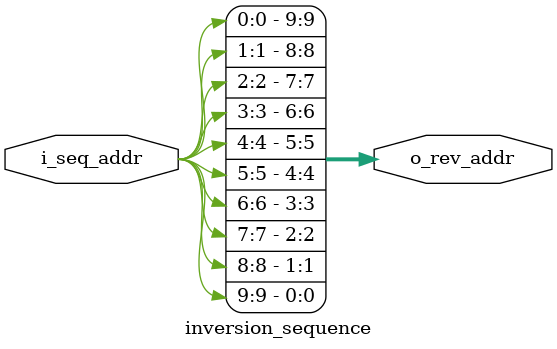
<source format=sv>
module inversion_sequence (
	input logic [9:0] i_seq_addr,
	output logic [9:0] o_rev_addr
);

assign o_rev_addr = {i_seq_addr[0], i_seq_addr[1], i_seq_addr[2], i_seq_addr[3], i_seq_addr[4],
                     i_seq_addr[5], i_seq_addr[6], i_seq_addr[7], i_seq_addr[8], i_seq_addr[9]};
endmodule

</source>
